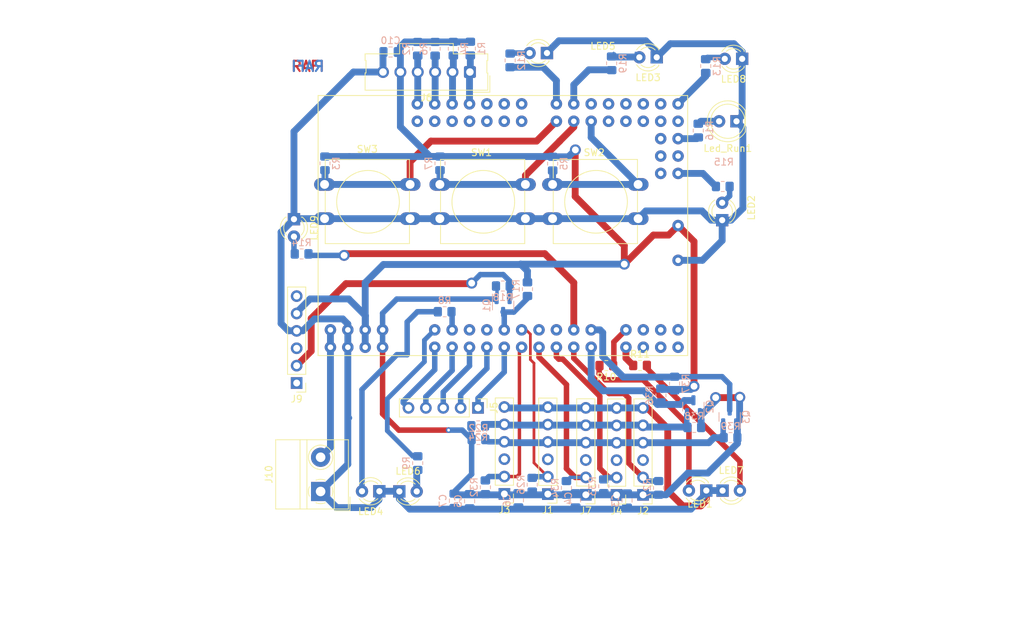
<source format=kicad_pcb>
(kicad_pcb (version 20211014) (generator pcbnew)
  (layers (0 "F.Cu" signal) (31 "B.Cu" signal) (34 "B.Paste" user) (35 "F.Paste" user) (36 "B.SilkS" user "B.Silkscreen") (37 "F.SilkS" user "F.Silkscreen") (38 "B.Mask" user) (39 "F.Mask" user) (44 "Edge.Cuts" user))
  (net 0 "")
  (net 1 "GND")
  (net 2 "Net-(LED1-Pad2)")
  (net 3 "Net-(LED6-Pad2)")
  (net 4 "Net-(LED7-Pad2)")
  (net 5 "Net-(LED8-Pad2)")
  (net 6 "Vin")
  (net 7 "5V")
  (net 8 "Net-(LED2-Pad2)")
  (net 9 "Net-(LED9-Pad2)")
  (net 10 "SCL")
  (net 11 "SDA")
  (net 12 "M1")
  (net 13 "M2")
  (net 14 "M3")
  (net 15 "M4")
  (net 16 "M5")
  (net 19 "D10")
  (net 21 "Net-(LED3-Pad2)")
  (net 22 "Net-(LED4-Pad2)")
  (net 23 "Net-(LED5-Pad2)")
  (net 24 "Net-(Led_Run1-Pad2)")
  (net 25 "3.3V")
  (net 26 "TX")
  (net 27 "B3")
  (net 28 "B2")
  (net 29 "B1")
  (net 30 "D18")
  (net 31 "D48")
  (net 32 "D46")
  (net 70 "SDAo")
  (net 71 "SCLo")
  (net 85 "XSHUNTFL")
  (net 86 "XSHUNTR")
  (net 87 "XSHUNTFR")
  (net 88 "XSHUNTL")
  (net 89 "FR")
  (net 90 "FL")
  (net 91 "L")
  (net 92 "R")
  (net 93 "XSHUNTB")
  (net 94 "D4")
  (net 95 "D2")
  (net 96 "D24")
  (net 97 "D25")
  (net 98 "D32")
  (net 99 "D52")
  (net 100 "D34")
  (footprint "Connector_PinHeader_2.54mm:PinHeader_1x06_P2.54mm_Vertical" (layer "F.Cu") (at 153.925 132.7 180)
    (fp_text reference "J7")
    (fp_text value "Conn_01x06_Female")
  )
  (footprint "LED_THT:LED_D5.0mm" (layer "F.Cu") (at 175.945 78.12 180)
    (fp_text reference "Led_Run1")
    (fp_text value "LED" hide)
  )
  (footprint "Mega2560pro:Mega2560pro" (layer "F.Cu") (at 139.47 70.5)
    (fp_text reference "U1" hide)
    (fp_text value "Mega2560pro")
  )
  (footprint "LED_THT:LED_D3.0mm" (layer "F.Cu") (at 123.76 132.18 180)
    (fp_text reference "LED4")
    (fp_text value "Delantero_derecho")
  )
  (footprint "LED_THT:LED_D3.0mm" (layer "F.Cu") (at 148.25 68.15 180)
    (fp_text reference "LED5")
    (fp_text value "Lateral_Derecho")
  )
  (footprint "Connector_PinHeader_2.54mm:PinHeader_1x06_P2.54mm_Vertical" (layer "F.Cu") (at 158.425 132.725 180)
    (fp_text reference "J4")
    (fp_text value "Conn_01x06_Female")
  )
  (footprint "LED_THT:LED_D3.0mm" (layer "F.Cu") (at 164.29 68.775 180)
    (fp_text reference "LED3")
    (fp_text value "Atras")
  )
  (footprint "LED_THT:LED_D3.0mm" (layer "F.Cu") (at 173.85 92.57 90)
    (fp_text reference "LED2")
    (fp_text value "Lateral_izquierdo")
  )
  (footprint "Connector_Molex:Molex_SL_171971-0006_1x06_P2.54mm_Vertical" (layer "F.Cu") (at 136.99 70.9225 180)
    (fp_text reference "J6")
    (fp_text value "Conn_01x06_Female")
  )
  (footprint "Button_Switch_THT:SW_PUSH-12mm" (layer "F.Cu") (at 132.6 87.35)
    (fp_text reference "SW1")
    (fp_text value ".")
  )
  (footprint "LED_THT:LED_D3.0mm" (layer "F.Cu") (at 171.535 132.08 180)
    (fp_text reference "LED1")
    (fp_text value "delantero_izquierdo")
  )
  (footprint "LED_THT:LED_D3.0mm" (layer "F.Cu") (at 173.909 132.09)
    (fp_text reference "LED7")
    (fp_text value "b_delantero_izquierdo")
  )
  (footprint "Connector_PinHeader_2.54mm:PinHeader_1x06_P2.54mm_Vertical" (layer "F.Cu") (at 142.025 132.575 180)
    (fp_text reference "J3")
    (fp_text value "Conn_01x06_Female")
  )
  (footprint "Connector_PinHeader_2.54mm:PinHeader_1x06_P2.54mm_Vertical" (layer "F.Cu") (at 148.375 132.6 180)
    (fp_text reference "J1")
    (fp_text value "Conn_01x06_Female")
  )
  (footprint "LED_THT:LED_D3.0mm" (layer "F.Cu") (at 176.77 69 180)
    (fp_text reference "LED8")
    (fp_text value "b_atras_izquierdo")
  )
  (footprint "Button_Switch_THT:SW_PUSH-12mm" (layer "F.Cu") (at 149.07 87.35)
    (fp_text reference "SW2")
    (fp_text value ".")
  )
  (footprint "Connector_PinHeader_2.54mm:PinHeader_1x06_P2.54mm_Vertical" (layer "F.Cu") (at 162.289 132.71 180)
    (fp_text reference "J2")
    (fp_text value "Conn_01x06_Female")
  )
  (footprint "Button_Switch_THT:SW_PUSH-12mm" (layer "F.Cu") (at 115.75 87.35)
    (fp_text reference "SW3")
    (fp_text value ".")
  )
  (footprint "LED_THT:LED_D3.0mm" (layer "F.Cu") (at 111.28 92.43 -90)
    (fp_text reference "LED9")
    (fp_text value "b_atras_derecha")
  )
  (footprint "Resistor_SMD:R_0805_2012Metric_Pad1.20x1.40mm_HandSolder" (layer "F.Cu") (at 156.925 113.825 180)
    (fp_text reference "R10")
    (fp_text value "220")
  )
  (footprint "Connector_PinHeader_2.54mm:PinHeader_1x05_P2.54mm_Vertical" (layer "F.Cu") (at 138.175 120 -90)
    (fp_text reference "J5")
    (fp_text value "Conn_01x05_Female")
  )
  (footprint "TerminalBlock_MetzConnect:TerminalBlock_MetzConnect_Type011_RT05502HBWC_1x02_P5.00mm_Horizontal" (layer "F.Cu") (at 115.172 132.218 90)
    (fp_text reference "J10")
    (fp_text value "Screw_Terminal_01x02")
  )
  (footprint "Resistor_SMD:R_0805_2012Metric_Pad1.20x1.40mm_HandSolder" (layer "F.Cu") (at 161.85 113.8)
    (fp_text reference "R11")
    (fp_text value "220")
  )
  (footprint "Connector_PinHeader_2.54mm:PinHeader_1x06_P2.54mm_Vertical" (layer "F.Cu") (at 111.675 116.37 180)
    (fp_text reference "J9")
    (fp_text value "Conn_01x06_Female")
  )
  (footprint "LED_THT:LED_D3.0mm" (layer "F.Cu") (at 126.68 132.208)
    (fp_text reference "LED6")
    (fp_text value "b_delantero_derecha")
  )
  (footprint "Resistor_SMD:R_0805_2012Metric_Pad1.20x1.40mm_HandSolder" (layer "B.Cu") (at 139.25 131.6 -90)
    (fp_text reference "R32")
    (fp_text value "10k")
  )
  (footprint "Resistor_SMD:R_0805_2012Metric_Pad1.20x1.40mm_HandSolder" (layer "B.Cu") (at 149.08 84.31 90)
    (fp_text reference "R5")
    (fp_text value "10k")
  )
  (footprint "Capacitor_SMD:C_0805_2012Metric_Pad1.18x1.45mm_HandSolder" (layer "B.Cu") (at 144.075 133.4875 -90)
    (fp_text reference "C6")
    (fp_text value "100nf")
  )
  (footprint "Resistor_SMD:R_0805_2012Metric_Pad1.20x1.40mm_HandSolder" (layer "B.Cu") (at 133.3 105.95 180)
    (fp_text reference "R8")
    (fp_text value "220")
  )
  (footprint "Resistor_SMD:R_0805_2012Metric_Pad1.20x1.40mm_HandSolder" (layer "B.Cu") (at 175.075 124.35 180)
    (fp_text reference "R39")
    (fp_text value "10K")
  )
  (footprint "Package_TO_SOT_SMD:SOT-23" (layer "B.Cu") (at 174.95 121.325 90)
    (fp_text reference "Q3")
    (fp_text value "BSS138")
  )
  (footprint "Resistor_SMD:R_0805_2012Metric_Pad1.20x1.40mm_HandSolder" (layer "B.Cu") (at 156.55 131.45 -90)
    (fp_text reference "R33")
    (fp_text value "10k")
  )
  (footprint "Resistor_SMD:R_0805_2012Metric_Pad1.20x1.40mm_HandSolder" (layer "B.Cu") (at 141.8 102.2)
    (fp_text reference "R18")
    (fp_text value "10K")
  )
  (footprint "Resistor_SMD:R_0805_2012Metric_Pad1.20x1.40mm_HandSolder" (layer "B.Cu") (at 171.45 70.05 90)
    (fp_text reference "R13")
    (fp_text value "220")
  )
  (footprint "Capacitor_SMD:C_0805_2012Metric_Pad1.18x1.45mm_HandSolder" (layer "B.Cu") (at 159.95 133.5275 -90)
    (fp_text reference "C3")
    (fp_text value "100nf")
  )
  (footprint "Resistor_SMD:R_0805_2012Metric_Pad1.20x1.40mm_HandSolder" (layer "B.Cu") (at 129.36 128.07 -90)
    (fp_text reference "R9")
    (fp_text value "220")
  )
  (footprint "Resistor_SMD:R_0805_2012Metric_Pad1.20x1.40mm_HandSolder" (layer "B.Cu") (at 146.1 131.225 -90)
    (fp_text reference "R26")
    (fp_text value "10k")
  )
  (footprint "Resistor_SMD:R_0805_2012Metric_Pad1.20x1.40mm_HandSolder" (layer "B.Cu") (at 169.775 122.855 180)
    (fp_text reference "R38")
    (fp_text value "10K")
  )
  (footprint "Resistor_SMD:R_0805_2012Metric_Pad1.20x1.40mm_HandSolder" (layer "B.Cu") (at 164.555 131.694 -90)
    (fp_text reference "R27")
    (fp_text value "10k")
  )
  (footprint "Package_TO_SOT_SMD:SOT-23" (layer "B.Cu") (at 169.65 119.825 90)
    (fp_text reference "Q2")
    (fp_text value "BSS138")
  )
  (footprint "Resistor_SMD:R_0805_2012Metric_Pad1.20x1.40mm_HandSolder" (layer "B.Cu") (at 132.62 84.27 -90)
    (fp_text reference "R7")
    (fp_text value "10k")
  )
  (footprint "Resistor_SMD:R_0805_2012Metric_Pad1.20x1.40mm_HandSolder" (layer "B.Cu") (at 131.91 67.53 -90)
    (fp_text reference "R6")
    (fp_text value "47K")
  )
  (footprint "Resistor_SMD:R_0805_2012Metric_Pad1.20x1.40mm_HandSolder" (layer "B.Cu") (at 170.36 79.48 90)
    (fp_text reference "R16")
    (fp_text value "220")
  )
  (footprint "Resistor_SMD:R_0805_2012Metric_Pad1.20x1.40mm_HandSolder" (layer "B.Cu") (at 166.9 116.45 90)
    (fp_text reference "R37")
    (fp_text value "10K")
  )
  (footprint "Capacitor_SMD:C_0805_2012Metric_Pad1.18x1.45mm_HandSolder" (layer "B.Cu") (at 152.43 133.5 -90)
    (fp_text reference "C4")
    (fp_text value "100nf")
  )
  (footprint "Package_TO_SOT_SMD:SOT-23" (layer "B.Cu") (at 141.842 105.04 -90)
    (fp_text reference "Q1")
    (fp_text value "BSS138")
  )
  (footprint "Resistor_SMD:R_0805_2012Metric_Pad1.20x1.40mm_HandSolder" (layer "B.Cu") (at 112.4 97.5 180)
    (fp_text reference "R14")
    (fp_text value "220")
  )
  (footprint "Resistor_SMD:R_0805_2012Metric_Pad1.20x1.40mm_HandSolder" (layer "B.Cu") (at 157.7 69.65 90)
    (fp_text reference "R19")
    (fp_text value "220")
  )
  (footprint "Resistor_SMD:R_0805_2012Metric_Pad1.20x1.40mm_HandSolder" (layer "B.Cu") (at 142.875 69.225 90)
    (fp_text reference "R12")
    (fp_text value "220")
  )
  (footprint "Resistor_SMD:R_0805_2012Metric_Pad1.20x1.40mm_HandSolder" (layer "B.Cu") (at 173.94 87.65)
    (fp_text reference "R15")
    (fp_text value "220")
  )
  (footprint "Capacitor_SMD:C_0805_2012Metric_Pad1.18x1.45mm_HandSolder" (layer "B.Cu") (at 136.95 133.625 -90)
    (fp_text reference "C5")
    (fp_text value "100nf")
  )
  (footprint "Resistor_SMD:R_0805_2012Metric_Pad1.20x1.40mm_HandSolder" (layer "B.Cu") (at 138.2 122.625)
    (fp_text reference "R24")
    (fp_text value "2k2")
  )
  (footprint "Resistor_SMD:R_0805_2012Metric_Pad1.20x1.40mm_HandSolder" (layer "B.Cu") (at 137.05 67.5 90)
    (fp_text reference "R1")
    (fp_text value "47K")
  )
  (footprint "Resistor_SMD:R_0805_2012Metric_Pad1.20x1.40mm_HandSolder" (layer "B.Cu") (at 115.81 84.27 90)
    (fp_text reference "R3")
    (fp_text value "10k")
  )
  (footprint "Resistor_SMD:R_0805_2012Metric_Pad1.20x1.40mm_HandSolder" (layer "B.Cu") (at 164.9 118.175 -90)
    (fp_text reference "R36")
    (fp_text value "10K")
  )
  (footprint "Resistor_SMD:R_0805_2012Metric_Pad1.20x1.40mm_HandSolder" (layer "B.Cu") (at 151.093 131.694 -90)
    (fp_text reference "R34")
    (fp_text value "10k")
  )
  (footprint "Resistor_SMD:R_0805_2012Metric_Pad1.20x1.40mm_HandSolder" (layer "B.Cu") (at 145.4 102.65 -90)
    (fp_text reference "R17")
    (fp_text value "10K")
  )
  (footprint "Capacitor_SMD:C_0805_2012Metric_Pad1.18x1.45mm_HandSolder" (layer "B.Cu") (at 134.725 133.575 -90)
    (fp_text reference "C7")
    (fp_text value "100nf")
  )
  (footprint "Resistor_SMD:R_0805_2012Metric_Pad1.20x1.40mm_HandSolder" (layer "B.Cu") (at 138.242 124.617 180)
    (fp_text reference "R22")
    (fp_text value "2k2")
  )
  (footprint "Capacitor_SMD:C_0805_2012Metric_Pad1.18x1.45mm_HandSolder" (layer "B.Cu") (at 125.4 68 180)
    (fp_text reference "C10")
    (fp_text value "100nF")
  )
  (footprint "Resistor_SMD:R_0805_2012Metric_Pad1.20x1.40mm_HandSolder" (layer "B.Cu") (at 129.36 67.53 -90)
    (fp_text reference "R2")
    (fp_text value "47K")
  )
  (footprint "Resistor_SMD:R_0805_2012Metric_Pad1.20x1.40mm_HandSolder" (layer "B.Cu") (at 134.57 67.52 90)
    (fp_text reference "R4")
    (fp_text value "47K")
  )
  (gr_text "RAFI" (at 113.3 70.1) (layer "F.Cu") (effects (font (size 1.5 1.5) (thickness 0.3))))
  (gr_text "RAFI" (at 113.3 70.1) (layer "B.Cu") (effects (font (size 1.5 1.5) (thickness 0.3)) (justify mirror)))
  (segment (start 171.535 132.08) (end 171.535 133.515) (width 1) (layer "F.Cu") (net 1))
  (segment (start 171.535 133.515) (end 170.725 134.325) (width 1) (layer "F.Cu") (net 1))
  (segment (start 168.101129 134.325) (end 165.9 132.123871) (width 1) (layer "F.Cu") (net 1))
  (segment (start 165.9 123) (end 162.91 120.01) (width 1) (layer "F.Cu") (net 1))
  (segment (start 162.91 120.01) (end 162.289 120.01) (width 1) (layer "F.Cu") (net 1))
  (segment (start 165.9 132.123871) (end 165.9 123) (width 1) (layer "F.Cu") (net 1))
  (segment (start 170.725 134.325) (end 168.101129 134.325) (width 1) (layer "F.Cu") (net 1))
  (segment (start 124.29 68.0725) (end 124.29 70.9225) (width 1) (layer "B.Cu") (net 1))
  (segment (start 164.29 68.775) (end 166.275 66.79) (width 1) (layer "B.Cu") (net 1))
  (segment (start 142.16 120.01) (end 142.025 119.875) (width 1) (layer "B.Cu") (net 1))
  (segment (start 166.275 66.79) (end 175.58 66.79) (width 1) (layer "B.Cu") (net 1))
  (segment (start 175.155 92.57) (end 173.85 92.57) (width 1) (layer "B.Cu") (net 1))
  (segment (start 126.652 132.18) (end 126.68 132.208) (width 1) (layer "B.Cu") (net 1))
  (segment (start 109.4 94.31) (end 109.4 107.675) (width 1) (layer "B.Cu") (net 1))
  (segment (start 173.85 95.55) (end 173.85 92.57) (width 1) (layer "B.Cu") (net 1))
  (segment (start 124.29 70.9225) (end 119.9775 70.9225) (width 1) (layer "B.Cu") (net 1))
  (segment (start 117.524 134.57) (end 122.57 134.57) (width 1) (layer "B.Cu") (net 1))
  (segment (start 112.57 108.73) (end 114.3 107) (width 1) (layer "B.Cu") (net 1))
  (segment (start 119.15 108.6) (end 119.15 128.24) (width 1) (layer "B.Cu") (net 1))
  (segment (start 111.28 92.43) (end 109.4 94.31) (width 1) (layer "B.Cu") (net 1))
  (segment (start 173.899 132.08) (end 173.909 132.09) (width 1) (layer "B.Cu") (net 1))
  (segment (start 126.68 133.285) (end 128.195 134.8) (width 1) (layer "B.Cu") (net 1))
  (segment (start 172.245 92.57) (end 173.85 92.57) (width 1) (layer "B.Cu") (net 1))
  (segment (start 115.67 92.43) (end 115.75 92.35) (width 1) (layer "B.Cu") (net 1))
  (segment (start 162.289 120.01) (end 142.16 120.01) (width 1) (layer "B.Cu") (net 1))
  (segment (start 118.4 107) (end 119.15 107.75) (width 1) (layer "B.Cu") (net 1))
  (segment (start 126.668 132.22) (end 126.68 132.208) (width 1) (layer "B.Cu") (net 1))
  (segment (start 111.65 108.73) (end 112.57 108.73) (width 1) (layer "B.Cu") (net 1))
  (segment (start 114.3 107) (end 118.4 107) (width 1) (layer "B.Cu") (net 1))
  (segment (start 119.4 71.5) (end 111.28 79.62) (width 1) (layer "B.Cu") (net 1))
  (segment (start 148.25 68.15) (end 148.25 68.1) (width 1) (layer "B.Cu") (net 1))
  (segment (start 170.96 98.44) (end 173.85 95.55) (width 1) (layer "B.Cu") (net 1))
  (segment (start 176.875 79.05) (end 176.875 90.85) (width 1) (layer "B.Cu") (net 1))
  (segment (start 162.699261 91.220739) (end 170.895739 91.220739) (width 1) (layer "B.Cu") (net 1))
  (segment (start 111.36 92.35) (end 111.28 92.43) (width 1) (layer "B.Cu") (net 1))
  (segment (start 115.172 132.218) (end 117.524 134.57) (width 1) (layer "B.Cu") (net 1))
  (segment (start 169.275 134.8) (end 171.535 132.54) (width 1) (layer "B.Cu") (net 1))
  (segment (start 148.25 68.1) (end 149.99 66.36) (width 1) (layer "B.Cu") (net 1))
  (segment (start 123.76 132.18) (end 126.652 132.18) (width 1) (layer "B.Cu") (net 1))
  (segment (start 126.68 132.208) (end 126.68 133.285) (width 1) (layer "B.Cu") (net 1))
  (segment (start 176.77 67.98) (end 176.77 69) (width 1) (layer "B.Cu") (net 1))
  (segment (start 124.3625 68) (end 124.29 68.0725) (width 1) (layer "B.Cu") (net 1))
  (segment (start 176.77 67.958) (end 176.77 77.295) (width 1) (layer "B.Cu") (net 1))
  (segment (start 176.77 77.295) (end 175.945 78.12) (width 1) (layer "B.Cu") (net 1))
  (segment (start 149.99 66.36) (end 162.69 66.36) (width 1) (layer "B.Cu") (net 1))
  (segment (start 175.58 66.79) (end 176.77 67.98) (width 1) (layer "B.Cu") (net 1))
  (segment (start 171.535 132.54) (end 171.535 132.08) (width 1) (layer "B.Cu") (net 1))
  (segment (start 122.57 134.57) (end 123.68 133.46) (width 1) (layer "B.Cu") (net 1))
  (segment (start 123.68 133.46) (end 123.68 132.49) (width 1) (layer "B.Cu") (net 1))
  (segment (start 164.29 67.96) (end 164.29 68.775) (width 1) (layer "B.Cu") (net 1))
  (segment (start 167.41 98.44) (end 170.96 98.44) (width 1) (layer "B.Cu") (net 1))
  (segment (start 119.15 128.24) (end 115.172 132.218) (width 1) (layer "B.Cu") (net 1))
  (segment (start 119.15 107.75) (end 119.15 108.6) (width 1) (layer "B.Cu") (net 1))
  (segment (start 176.875 90.85) (end 175.155 92.57) (width 1) (layer "B.Cu") (net 1))
  (segment (start 128.195 134.8) (end 169.275 134.8) (width 1) (layer "B.Cu") (net 1))
  (segment (start 162.69 66.36) (end 164.29 67.96) (width 1) (layer "B.Cu") (net 1))
  (segment (start 161.57 92.35) (end 162.699261 91.220739) (width 1) (layer "B.Cu") (net 1))
  (segment (start 171.535 132.08) (end 173.899 132.08) (width 1) (layer "B.Cu") (net 1))
  (segment (start 109.4 107.675) (end 110.455 108.73) (width 1) (layer "B.Cu") (net 1))
  (segment (start 115.75 92.35) (end 111.36 92.35) (width 1) (layer "B.Cu") (net 1))
  (segment (start 110.455 108.73) (end 111.65 108.73) (width 1) (layer "B.Cu") (net 1))
  (segment (start 115.75 92.35) (end 161.57 92.35) (width 1) (layer "B.Cu") (net 1))
  (segment (start 170.895739 91.220739) (end 172.245 92.57) (width 1) (layer "B.Cu") (net 1))
  (segment (start 119.35 121.425) (end 119.392 121.467) (width 0.8) (layer "B.Cu") (net 1))
  (segment (start 119.9775 70.9225) (end 119.4 71.5) (width 1) (layer "B.Cu") (net 1))
  (segment (start 175.945 78.12) (end 176.875 79.05) (width 1) (layer "B.Cu") (net 1))
  (segment (start 111.28 79.62) (end 111.28 92.43) (width 1) (layer "B.Cu") (net 1))
  (segment (start 156.775 115.9) (end 162.3 115.9) (width 0.8) (layer "F.Cu") (net 2))
  (segment (start 162.3 115.9) (end 168.995 122.595) (width 0.8) (layer "F.Cu") (net 2))
  (segment (start 168.995 122.595) (end 168.995 132.08) (width 0.8) (layer "F.Cu") (net 2))
  (segment (start 155.875 114.05) (end 155.875 115) (width 0.8) (layer "F.Cu") (net 2))
  (segment (start 155.875 115) (end 156.775 115.9) (width 0.8) (layer "F.Cu") (net 2))
  (segment (start 129.22 132.208) (end 129.22 129.21) (width 1) (layer "B.Cu") (net 3))
  (segment (start 129.115 132.103) (end 129.22 132.208) (width 1) (layer "B.Cu") (net 3))
  (segment (start 129.22 129.21) (end 129.36 129.07) (width 1) (layer "B.Cu") (net 3))
  (segment (start 162.875 114.25) (end 176.449 127.824) (width 0.8) (layer "F.Cu") (net 4))
  (segment (start 176.449 127.824) (end 176.449 132.09) (width 0.8) (layer "F.Cu") (net 4))
  (segment (start 174.03 68.8) (end 171.7 68.8) (width 0.8) (layer "B.Cu") (net 5))
  (segment (start 171.7 68.8) (end 171.45 69.05) (width 0.8) (layer "B.Cu") (net 5))
  (segment (start 174.23 69) (end 174.03 68.8) (width 0.8) (layer "B.Cu") (net 5))
  (segment (start 116.61 125.78) (end 115.172 127.218) (width 1) (layer "B.Cu") (net 6))
  (segment (start 116.61 111.14) (end 116.61 125.78) (width 1) (layer "B.Cu") (net 6))
  (segment (start 116.61 108.6) (end 116.61 111.14) (width 1) (layer "B.Cu") (net 6))
  (segment (start 159.55 99) (end 163.801001 94.748999) (width 1) (layer "F.Cu") (net 7))
  (segment (start 166.021001 94.748999) (end 167.41 93.36) (width 1) (layer "F.Cu") (net 7))
  (segment (start 159.55 99) (end 159.55 96.29) (width 1) (layer "F.Cu") (net 7))
  (segment (start 152.375 89.115) (end 152.375 82.325) (width 1) (layer "F.Cu") (net 7))
  (segment (start 152.375 82.325) (end 152.4 82.3) (width 1) (layer "F.Cu") (net 7))
  (segment (start 169.74 95.69) (end 167.41 93.36) (width 1) (layer "F.Cu") (net 7))
  (segment (start 159.55 96.29) (end 152.375 89.115) (width 1) (layer "F.Cu") (net 7))
  (segment (start 169.74 116.84) (end 169.74 95.69) (width 1) (layer "F.Cu") (net 7))
  (segment (start 163.801001 94.748999) (end 166.021001 94.748999) (width 1) (layer "F.Cu") (net 7))
  (via (at 152.4 82.3) (size 1.6) (drill 1) (layers "F.Cu" "B.Cu") (net 7))
  (via (at 169.74 116.84) (size 1.6) (drill 1) (layers "F.Cu" "B.Cu") (net 7))
  (via (at 159.55 99) (size 1.6) (drill 1) (layers "F.Cu" "B.Cu") (net 7))
  (segment (start 115.81 83.27) (end 119.38 83.27) (width 1) (layer "B.Cu") (net 7))
  (segment (start 127.51 66.53) (end 129.36 66.53) (width 1) (layer "B.Cu") (net 7))
  (segment (start 145.4 100) (end 144.4 99) (width 1) (layer "B.Cu") (net 7))
  (segment (start 126.83 78.93) (end 131.17 83.27) (width 1) (layer "B.Cu") (net 7))
  (segment (start 131.17 83.27) (end 132.62 83.27) (width 1) (layer "B.Cu") (net 7))
  (segment (start 121.72 106.52) (end 121.72 108.45) (width 1) (layer "B.Cu") (net 7))
  (segment (start 144.4 99) (end 144.35 99.05) (width 1) (layer "B.Cu") (net 7))
  (segment (start 159.55 99) (end 144.4 99) (width 1) (layer "B.Cu") (net 7))
  (segment (start 113.64 104.08) (end 119.28 104.08) (width 1) (layer "B.Cu") (net 7))
  (segment (start 149.08 83.31) (end 151.39 83.31) (width 1) (layer "B.Cu") (net 7))
  (segment (start 121.69 108.6) (end 121.69 111.14) (width 1) (layer "B.Cu") (net 7))
  (segment (start 124.35 99.05) (end 121.69 101.71) (width 1) (layer "B.Cu") (net 7))
  (segment (start 169.28 117.3) (end 165.025 117.3) (width 1) (layer "B.Cu") (net 7))
  (segment (start 137.02 66.53) (end 137.05 66.5) (width 1) (layer "B.Cu") (net 7))
  (segment (start 111.68 106.04) (end 113.64 104.08) (width 1) (layer "B.Cu") (net 7))
  (segment (start 165.025 117.3) (end 164.9 117.175) (width 1) (layer "B.Cu") (net 7))
  (segment (start 121.69 101.71) (end 121.69 108.6) (width 1) (layer "B.Cu") (net 7))
  (segment (start 169.74 116.84) (end 169.28 117.3) (width 1) (layer "B.Cu") (net 7))
  (segment (start 145.4 101.65) (end 145.4 100) (width 1) (layer "B.Cu") (net 7))
  (segment (start 126.83 70.9225) (end 126.83 67.21) (width 1) (layer "B.Cu") (net 7))
  (segment (start 126.83 70.9225) (end 126.83 78.93) (width 1) (layer "B.Cu") (net 7))
  (segment (start 129.36 66.53) (end 137.02 66.53) (width 1) (layer "B.Cu") (net 7))
  (segment (start 132.62 83.27) (end 149.04 83.27) (width 1) (layer "B.Cu") (net 7))
  (segment (start 126.83 67.21) (end 127.51 66.53) (width 1) (layer "B.Cu") (net 7))
  (segment (start 149.04 83.27) (end 149.08 83.31) (width 1) (layer "B.Cu") (net 7))
  (segment (start 144.35 99.05) (end 124.35 99.05) (width 1) (layer "B.Cu") (net 7))
  (segment (start 151.39 83.31) (end 152.4 82.3) (width 1) (layer "B.Cu") (net 7))
  (segment (start 119.28 104.08) (end 121.72 106.52) (width 1) (layer "B.Cu") (net 7))
  (segment (start 119.38 83.27) (end 132.62 83.27) (width 1) (layer "B.Cu") (net 7))
  (segment (start 173.85 90.03) (end 173.945 90.03) (width 0.8) (layer "B.Cu") (net 8))
  (segment (start 174.94 89.035) (end 174.94 87.65) (width 0.8) (layer "B.Cu") (net 8))
  (segment (start 173.945 90.03) (end 174.94 89.035) (width 0.8) (layer "B.Cu") (net 8))
  (segment (start 111.4 97.5) (end 111.28 97.38) (width 0.25) (layer "B.Cu") (net 9))
  (segment (start 111.28 97.38) (end 111.28 94.97) (width 0.8) (layer "B.Cu") (net 9))
  (segment (start 164.4 119.5) (end 167.75 119.5) (width 1) (layer "B.Cu") (net 10))
  (segment (start 167.75 119.5) (end 168.325 118.925) (width 1) (layer "B.Cu") (net 10))
  (segment (start 154.71 111.14) (end 154.71 115.81) (width 1) (layer "B.Cu") (net 10))
  (segment (start 154.71 115.81) (end 156.4 117.5) (width 1) (layer "B.Cu") (net 10))
  (segment (start 168.325 118.925) (end 169.275 118.925) (width 1) (layer "B.Cu") (net 10))
  (segment (start 162.4 117.5) (end 164.4 119.5) (width 1) (layer "B.Cu") (net 10))
  (segment (start 156.4 117.5) (end 162.4 117.5) (width 1) (layer "B.Cu") (net 10))
  (segment (start 174.95 120.3875) (end 174.95 116.55) (width 0.8) (layer "B.Cu") (net 11))
  (segment (start 166.91 115.44) (end 166.9 115.45) (width 0.8) (layer "B.Cu") (net 11))
  (segment (start 156.4 112.484861) (end 156.4 109) (width 1) (layer "B.Cu") (net 11))
  (segment (start 159.415139 115.5) (end 156.4 112.484861) (width 1) (layer "B.Cu") (net 11))
  (segment (start 166.85 115.5) (end 166.9 115.45) (width 1) (layer "B.Cu") (net 11))
  (segment (start 159.415139 115.5) (end 166.85 115.5) (width 1) (layer "B.Cu") (net 11))
  (segment (start 174.95 116.55) (end 173.84 115.44) (width 0.8) (layer "B.Cu") (net 11))
  (segment (start 156.4 109) (end 156 108.6) (width 1) (layer "B.Cu") (net 11))
  (segment (start 173.84 115.44) (end 166.91 115.44) (width 0.8) (layer "B.Cu") (net 11))
  (segment (start 156 108.6) (end 154.71 108.6) (width 1) (layer "B.Cu") (net 11))
  (segment (start 142.01 114.765) (end 142.01 111.14) (width 0.8) (layer "B.Cu") (net 12))
  (segment (start 138.175 118.6) (end 142.01 114.765) (width 0.8) (layer "B.Cu") (net 12))
  (segment (start 138.175 120) (end 138.175 118.6) (width 0.8) (layer "B.Cu") (net 12))
  (segment (start 139.5 111.17) (end 139.47 111.14) (width 0.4) (layer "F.Cu") (net 13))
  (segment (start 139.4 111.21) (end 139.47 111.14) (width 0.25) (layer "F.Cu") (net 13))
  (segment (start 135.635 120) (end 135.635 118.065) (width 0.8) (layer "B.Cu") (net 13))
  (segment (start 139.47 114.23) (end 139.47 111.14) (width 0.8) (layer "B.Cu") (net 13))
  (segment (start 135.635 118.065) (end 139.47 114.23) (width 0.8) (layer "B.Cu") (net 13))
  (segment (start 136.9 111.17) (end 136.93 111.14) (width 0.25) (layer "F.Cu") (net 14))
  (segment (start 133.095 117.705) (end 136.93 113.87) (width 0.8) (layer "B.Cu") (net 14))
  (segment (start 136.93 113.87) (end 136.93 111.14) (width 0.8) (layer "B.Cu") (net 14))
  (segment (start 133.095 120) (end 133.095 117.705) (width 0.8) (layer "B.Cu") (net 14))
  (segment (start 133.926 111.604) (end 134.39 111.14) (width 0.25) (layer "F.Cu") (net 15))
  (segment (start 130.555 118.37) (end 134.39 114.535) (width 0.8) (layer "B.Cu") (net 15))
  (segment (start 134.4 111.15) (end 134.39 111.14) (width 0.25) (layer "B.Cu") (net 15))
  (segment (start 130.555 120) (end 130.555 118.37) (width 0.8) (layer "B.Cu") (net 15))
  (segment (start 134.39 114.535) (end 134.39 111.14) (width 0.8) (layer "B.Cu") (net 15))
  (segment (start 128.015 120) (end 127.26 119.245) (width 0.8) (layer "B.Cu") (net 16))
  (segment (start 127.26 119.245) (end 127.26 119.02) (width 0.8) (layer "B.Cu") (net 16))
  (segment (start 131.85 114.43) (end 131.85 111.14) (width 0.8) (layer "B.Cu") (net 16))
  (segment (start 127.26 119.02) (end 131.85 114.43) (width 0.8) (layer "B.Cu") (net 16))
  (segment (start 113.798 106.927) (end 113.798 111.707) (width 1) (layer "F.Cu") (net 19))
  (segment (start 137.175 101.85) (end 118.875 101.85) (width 1) (layer "F.Cu") (net 19))
  (segment (start 113.798 111.707) (end 111.675 113.83) (width 1) (layer "F.Cu") (net 19))
  (segment (start 137.25 101.775) (end 137.175 101.85) (width 1) (layer "F.Cu") (net 19))
  (segment (start 118.875 101.85) (end 113.798 106.927) (width 1) (layer "F.Cu") (net 19))
  (via (at 137.25 101.775) (size 1.6) (drill 1) (layers "F.Cu" "B.Cu") (net 19))
  (segment (start 142.792 104.1025) (end 142.792 101.467) (width 0.8) (layer "B.Cu") (net 19))
  (segment (start 142.792 101.467) (end 141.85 100.525) (width 0.8) (layer "B.Cu") (net 19))
  (segment (start 138.5 100.525) (end 137.25 101.775) (width 0.8) (layer "B.Cu") (net 19))
  (segment (start 141.85 100.525) (end 138.5 100.525) (width 0.8) (layer "B.Cu") (net 19))
  (segment (start 161.75 68.775) (end 161.75 68.64) (width 0.25) (layer "B.Cu") (net 21))
  (segment (start 161.545 68.725) (end 158.005 68.725) (width 1) (layer "B.Cu") (net 21))
  (segment (start 161.75 68.775) (end 161.475 68.5) (width 1) (layer "B.Cu") (net 21))
  (segment (start 161.75 68.64) (end 161.18 68.07) (width 0.25) (layer "B.Cu") (net 21))
  (segment (start 158 68.07) (end 157.61 68.46) (width 0.25) (layer "B.Cu") (net 21))
  (segment (start 129.325 105.95) (end 127.821001 107.453999) (width 0.8) (layer "B.Cu") (net 22))
  (segment (start 132.3 105.95) (end 129.325 105.95) (width 0.8) (layer "B.Cu") (net 22))
  (segment (start 121.1 132.45) (end 121.14 132.49) (width 1) (layer "B.Cu") (net 22))
  (segment (start 127.821001 107.453999) (end 127.821001 112.225) (width 0.8) (layer "B.Cu") (net 22))
  (segment (start 127.821001 112.225) (end 126.321397 112.225) (width 0.8) (layer "B.Cu") (net 22))
  (segment (start 121.22 117.326397) (end 121.22 132.18) (width 0.8) (layer "B.Cu") (net 22))
  (segment (start 126.321397 112.225) (end 121.22 117.326397) (width 0.8) (layer "B.Cu") (net 22))
  (segment (start 142.95 68.15) (end 142.875 68.225) (width 0.8) (layer "B.Cu") (net 23))
  (segment (start 145.71 68.15) (end 142.95 68.15) (width 0.8) (layer "B.Cu") (net 23))
  (segment (start 170.72 78.12) (end 170.36 78.48) (width 0.25) (layer "B.Cu") (net 24))
  (segment (start 173.405 78.12) (end 170.72 78.12) (width 1) (layer "B.Cu") (net 24))
  (segment (start 126.6 123.25) (end 133.875 123.25) (width 0.8) (layer "F.Cu") (net 25))
  (segment (start 176.425 118.45) (end 176.375 118.5) (width 1) (layer "F.Cu") (net 25))
  (segment (start 133.875 123.25) (end 134 123.25) (width 0.8) (layer "F.Cu") (net 25))
  (segment (start 124.23 111.14) (end 124.23 120.88) (width 0.8) (layer "F.Cu") (net 25))
  (segment (start 176.375 118.5) (end 172.9 118.5) (width 1) (layer "F.Cu") (net 25))
  (segment (start 124.23 120.88) (end 126.6 123.25) (width 0.8) (layer "F.Cu") (net 25))
  (via (at 133.875 123.25) (size 0.8) (drill 0.4) (layers "F.Cu" "B.Cu") (net 25))
  (via (at 172.9 118.5) (size 1.6) (drill 1) (layers "F.Cu" "B.Cu") (net 25))
  (via (at 176.425 118.45) (size 1.6) (drill 1) (layers "F.Cu" "B.Cu") (net 25))
  (segment (start 134.845 132.71) (end 162.289 132.71) (width 1) (layer "B.Cu") (net 25))
  (segment (start 176.075 125.2) (end 171.751726 129.523274) (width 1) (layer "B.Cu") (net 25))
  (segment (start 124.23 111.14) (end 124.23 106.17) (width 0.8) (layer "B.Cu") (net 25))
  (segment (start 135.875 123.25) (end 133.875 123.25) (width 0.8) (layer "B.Cu") (net 25))
  (segment (start 137.242 124.617) (end 135.875 123.25) (width 0.8) (layer "B.Cu") (net 25))
  (segment (start 168.846726 129.523274) (end 165.676 132.694) (width 1) (layer "B.Cu") (net 25))
  (segment (start 140.5275 104.1025) (end 140.575 104.15) (width 0.8) (layer "B.Cu") (net 25))
  (segment (start 124.23 106.17) (end 126.2975 104.1025) (width 0.8) (layer "B.Cu") (net 25))
  (segment (start 165.676 132.694) (end 164.555 132.694) (width 1) (layer "B.Cu") (net 25))
  (segment (start 176.4 118.475) (end 176.4 121.7625) (width 1) (layer "B.Cu") (net 25))
  (segment (start 140.95 101.75) (end 140.95 104.0445) (width 0.5) (layer "B.Cu") (net 25))
  (segment (start 176.075 122.0875) (end 176.075 124.35) (width 1) (layer "B.Cu") (net 25))
  (segment (start 134.4 132.5375) (end 137.242 129.6955) (width 0.8) (layer "B.Cu") (net 25))
  (segment (start 170.775 122.855) (end 170.775 121.06) (width 1) (layer "B.Cu") (net 25))
  (segment (start 172.9 118.935) (end 172.9 118.5) (width 1) (layer "B.Cu") (net 25))
  (segment (start 126.2975 104.1025) (end 140.5275 104.1025) (width 0.8) (layer "B.Cu") (net 25))
  (segment (start 176.075 124.493503) (end 176.075 125.2) (width 1) (layer "B.Cu") (net 25))
  (segment (start 176.4 121.7625) (end 176.075 122.0875) (width 1) (layer "B.Cu") (net 25))
  (segment (start 162.269 132.71) (end 164.523 132.71) (width 1) (layer "B.Cu") (net 25))
  (segment (start 170.775 121.06) (end 172.9 118.935) (width 1) (layer "B.Cu") (net 25))
  (segment (start 137.242 129.6955) (end 137.242 124.617) (width 0.8) (layer "B.Cu") (net 25))
  (segment (start 176.425 118.45) (end 176.4 118.475) (width 1) (layer "B.Cu") (net 25))
  (segment (start 137.2 124.575) (end 137.242 124.617) (width 0.8) (layer "B.Cu") (net 25))
  (segment (start 171.751726 129.523274) (end 168.846726 129.523274) (width 1) (layer "B.Cu") (net 25))
  (segment (start 137.2 122.625) (end 137.2 124.575) (width 0.8) (layer "B.Cu") (net 25))
  (segment (start 141.8645 106) (end 141.842 105.9775) (width 0.8) (layer "B.Cu") (net 26))
  (segment (start 142.01 108.6) (end 142.01 106.1455) (width 0.8) (layer "B.Cu") (net 26))
  (segment (start 143.4 106) (end 141.8645 106) (width 0.8) (layer "B.Cu") (net 26))
  (segment (start 145.4 103.65) (end 145.4 104) (width 0.8) (layer "B.Cu") (net 26))
  (segment (start 142.01 106.1455) (end 141.842 105.9775) (width 0.8) (layer "B.Cu") (net 26))
  (segment (start 145.4 104) (end 143.4 106) (width 0.8) (layer "B.Cu") (net 26))
  (segment (start 146.73 81.02) (end 149.63 78.12) (width 1) (layer "F.Cu") (net 27))
  (segment (start 131.29 81.02) (end 146.73 81.02) (width 1) (layer "F.Cu") (net 27))
  (segment (start 128.25 84.06) (end 131.29 81.02) (width 1) (layer "F.Cu") (net 27))
  (segment (start 128.25 87.35) (end 128.25 84.06) (width 1) (layer "F.Cu") (net 27))
  (segment (start 115.81 87.29) (end 115.75 87.35) (width 1) (layer "B.Cu") (net 27))
  (segment (start 115.81 85.27) (end 115.81 87.29) (width 1) (layer "B.Cu") (net 27))
  (segment (start 115.75 87.35) (end 128.25 87.35) (width 1) (layer "B.Cu") (net 27))
  (segment (start 154.71 80.49) (end 161.57 87.35) (width 1) (layer "B.Cu") (net 28))
  (segment (start 149.08 87.34) (end 149.07 87.35) (width 1) (layer "B.Cu") (net 28))
  (segment (start 149.07 87.35) (end 161.57 87.35) (width 1) (layer "B.Cu") (net 28))
  (segment (start 154.71 78.12) (end 154.71 80.49) (width 1) (layer "B.Cu") (net 28))
  (segment (start 149.08 85.31) (end 149.08 87.34) (width 1) (layer "B.Cu") (net 28))
  (segment (start 145.1 87.35) (end 145.1 86.04) (width 1) (layer "F.Cu") (net 29))
  (segment (start 150.1 81.04) (end 150.1 81.03) (width 1) (layer "F.Cu") (net 29))
  (segment (start 150.1 81.03) (end 152.17 78.96) (width 1) (layer "F.Cu") (net 29))
  (segment (start 152.17 78.96) (end 152.17 78.12) (width 1) (layer "F.Cu") (net 29))
  (segment (start 145.1 86.04) (end 150.1 81.04) (width 1) (layer "F.Cu") (net 29))
  (segment (start 132.62 85.27) (end 132.62 87.33) (width 1) (layer "B.Cu") (net 29))
  (segment (start 132.62 87.33) (end 132.6 87.35) (width 1) (layer "B.Cu") (net 29))
  (segment (start 132.6 87.35) (end 145.1 87.35) (width 1) (layer "B.Cu") (net 29))
  (segment (start 147.94 97.47) (end 118.86 97.47) (width 1) (layer "F.Cu") (net 30))
  (segment (start 152.17 101.7) (end 147.94 97.47) (width 1) (layer "F.Cu") (net 30))
  (segment (start 152.17 108.6) (end 152.17 101.7) (width 1) (layer "F.Cu") (net 30))
  (segment (start 118.86 97.47) (end 118.61 97.72) (width 1) (layer "F.Cu") (net 30))
  (via (at 118.61 97.72) (size 1.6) (drill 1) (layers "F.Cu" "B.Cu") (net 30))
  (segment (start 113.62 97.72) (end 118.61 97.72) (width 0.8) (layer "B.Cu") (net 30))
  (segment (start 113.4 97.5) (end 113.62 97.72) (width 0.25) (layer "B.Cu") (net 30))
  (segment (start 170.18 80.66) (end 167.41 80.66) (width 1) (layer "B.Cu") (net 31))
  (segment (start 170.36 80.48) (end 170.18 80.66) (width 0.25) (layer "B.Cu") (net 31))
  (segment (start 171.45 71.54) (end 167.41 75.58) (width 1) (layer "B.Cu") (net 32))
  (segment (start 171.45 71.05) (end 171.45 71.54) (width 1) (layer "B.Cu") (net 32))
  (segment (start 174 122.2625) (end 174 124.275) (width 0.8) (layer "B.Cu") (net 70))
  (segment (start 139.309 124.55) (end 139.325 124.55) (width 0.25) (layer "B.Cu") (net 70))
  (segment (start 174.075 124.35) (end 172.65 124.35) (width 1) (layer "B.Cu") (net 70))
  (segment (start 172.65 124.35) (end 171.91 125.09) (width 1) (layer "B.Cu") (net 70))
  (segment (start 162.289 125.09) (end 142.16 125.09) (width 1) (layer "B.Cu") (net 70))
  (segment (start 139.325 124.55) (end 139.73 124.955) (width 0.8) (layer "B.Cu") (net 70))
  (segment (start 174 124.275) (end 174.075 124.35) (width 0.8) (layer "B.Cu") (net 70))
  (segment (start 142.16 125.09) (end 142.025 124.955) (width 1) (layer "B.Cu") (net 70))
  (segment (start 171.91 125.09) (end 162.289 125.09) (width 1) (layer "B.Cu") (net 70))
  (segment (start 139.242 124.617) (end 139.309 124.55) (width 0.25) (layer "B.Cu") (net 70))
  (segment (start 139.73 124.955) (end 142.025 124.955) (width 0.8) (layer "B.Cu") (net 70))
  (segment (start 168.675 122.7225) (end 168.675 121.0275) (width 0.8) (layer "B.Cu") (net 71))
  (segment (start 142.13 122.52) (end 162.259 122.52) (width 1) (layer "B.Cu") (net 71))
  (segment (start 168.72 122.8) (end 168.775 122.855) (width 0.4) (layer "B.Cu") (net 71))
  (segment (start 168.775 122.855) (end 169.03 122.6) (width 0.4) (layer "B.Cu") (net 71))
  (segment (start 162.289 122.55) (end 162.539 122.8) (width 0.4) (layer "B.Cu") (net 71))
  (segment (start 142.025 122.415) (end 139.41 122.415) (width 1) (layer "B.Cu") (net 71))
  (segment (start 139.41 122.415) (end 139.2 122.625) (width 1) (layer "B.Cu") (net 71))
  (segment (start 162.259 122.52) (end 162.289 122.55) (width 1) (layer "B.Cu") (net 71))
  (segment (start 142.025 122.415) (end 142.13 122.52) (width 1) (layer "B.Cu") (net 71))
  (segment (start 162.539 122.8) (end 168.72 122.8) (width 1) (layer "B.Cu") (net 71))
  (segment (start 145.825 109.225) (end 145.2 108.6) (width 0.4) (layer "F.Cu") (net 85))
  (segment (start 148.375 130.06) (end 146.35 128.035) (width 0.4) (layer "F.Cu") (net 85))
  (segment (start 145.825 112.945) (end 145.825 109.225) (width 0.4) (layer "F.Cu") (net 85))
  (segment (start 146.35 113.47) (end 145.825 112.945) (width 0.4) (layer "F.Cu") (net 85))
  (segment (start 145.2 108.6) (end 144.55 108.6) (width 0.4) (layer "F.Cu") (net 85))
  (segment (start 146.35 128.035) (end 146.35 113.47) (width 0.4) (layer "F.Cu") (net 85))
  (segment (start 146.265 130.06) (end 146.1 130.225) (width 0.8) (layer "B.Cu") (net 85))
  (segment (start 148.375 130.06) (end 146.265 130.06) (width 0.8) (layer "B.Cu") (net 85))
  (segment (start 160.2 118.575) (end 159.525 117.9) (width 0.8) (layer "F.Cu") (net 86))
  (segment (start 162.289 130.17) (end 160.2 128.081) (width 0.8) (layer "F.Cu") (net 86))
  (segment (start 159.525 117.9) (end 157.325 117.9) (width 0.8) (layer "F.Cu") (net 86))
  (segment (start 157.325 117.9) (end 152.17 112.745) (width 0.8) (layer "F.Cu") (net 86))
  (segment (start 160.2 128.081) (end 160.2 118.575) (width 0.8) (layer "F.Cu") (net 86))
  (segment (start 152.17 112.745) (end 152.17 111.14) (width 0.8) (layer "F.Cu") (net 86))
  (segment (start 162.813 130.694) (end 162.289 130.17) (width 0.8) (layer "B.Cu") (net 86))
  (segment (start 164.555 130.694) (end 162.813 130.694) (width 0.8) (layer "B.Cu") (net 86))
  (segment (start 144.225 111.465) (end 144.55 111.14) (width 0.5) (layer "F.Cu") (net 87))
  (segment (start 142.025 130.035) (end 143.865 130.035) (width 0.5) (layer "F.Cu") (net 87))
  (segment (start 144.225 129.675) (end 144.225 111.465) (width 0.5) (layer "F.Cu") (net 87))
  (segment (start 143.865 130.035) (end 144.225 129.675) (width 0.5) (layer "F.Cu") (net 87))
  (segment (start 142.025 130.035) (end 139.765 130.035) (width 0.8) (layer "B.Cu") (net 87))
  (segment (start 139.275 130.525) (end 139.275 130.575) (width 0.25) (layer "B.Cu") (net 87))
  (segment (start 139.275 130.575) (end 139.25 130.6) (width 0.25) (layer "B.Cu") (net 87))
  (segment (start 139.765 130.035) (end 139.275 130.525) (width 0.8) (layer "B.Cu") (net 87))
  (segment (start 149.63 112.53) (end 149.63 111.14) (width 0.8) (layer "F.Cu") (net 88))
  (segment (start 149.975 112.875) (end 149.63 112.53) (width 0.8) (layer "F.Cu") (net 88))
  (segment (start 150.55 112.875) (end 149.975 112.875) (width 0.8) (layer "F.Cu") (net 88))
  (segment (start 155.975 118.3) (end 150.55 112.875) (width 0.8) (layer "F.Cu") (net 88))
  (segment (start 157.31 130.185) (end 155.975 128.85) (width 0.8) (layer "F.Cu") (net 88))
  (segment (start 155.975 128.85) (end 155.975 118.3) (width 0.8) (layer "F.Cu") (net 88))
  (segment (start 158.425 130.185) (end 157.31 130.185) (width 0.8) (layer "F.Cu") (net 88))
  (segment (start 156.815 130.185) (end 156.55 130.45) (width 0.25) (layer "B.Cu") (net 88))
  (segment (start 158.425 130.185) (end 156.815 130.185) (width 0.8) (layer "B.Cu") (net 88))
  (segment (start 137.05 70.8625) (end 136.99 70.9225) (width 0.4) (layer "B.Cu") (net 89))
  (segment (start 136.99 70.9225) (end 136.93 70.9825) (width 0.4) (layer "B.Cu") (net 89))
  (segment (start 137.05 68.5) (end 137.05 70.8625) (width 1) (layer "B.Cu") (net 89))
  (segment (start 136.93 70.9825) (end 136.93 75.58) (width 1) (layer "B.Cu") (net 89))
  (segment (start 134.45 70.9225) (end 134.45 75.52) (width 1) (layer "B.Cu") (net 90))
  (segment (start 134.45 75.52) (end 134.39 75.58) (width 0.4) (layer "B.Cu") (net 90))
  (segment (start 134.57 70.8025) (end 134.45 70.9225) (width 0.4) (layer "B.Cu") (net 90))
  (segment (start 134.57 68.52) (end 134.57 70.8025) (width 1) (layer "B.Cu") (net 90))
  (segment (start 131.91 70.9225) (end 131.91 75.52) (width 1) (layer "B.Cu") (net 91))
  (segment (start 131.91 68.53) (end 131.91 70.9225) (width 1) (layer "B.Cu") (net 91))
  (segment (start 131.91 75.52) (end 131.85 75.58) (width 0.4) (layer "B.Cu") (net 91))
  (segment (start 129.36 70.9125) (end 129.37 70.9225) (width 0.4) (layer "B.Cu") (net 92))
  (segment (start 129.36 68.53) (end 129.36 70.9125) (width 1) (layer "B.Cu") (net 92))
  (segment (start 129.37 75.52) (end 129.31 75.58) (width 0.4) (layer "B.Cu") (net 92))
  (segment (start 129.37 70.9225) (end 129.37 75.52) (width 1) (layer "B.Cu") (net 92))
  (segment (start 153.925 130.16) (end 152.385 130.16) (width 0.8) (layer "F.Cu") (net 93))
  (segment (start 147.09 112.59) (end 147.09 111.14) (width 0.8) (layer "F.Cu") (net 93))
  (segment (start 151.1 128.875) (end 151.1 116.6) (width 0.8) (layer "F.Cu") (net 93))
  (segment (start 151.1 116.6) (end 147.09 112.59) (width 0.8) (layer "F.Cu") (net 93))
  (segment (start 152.385 130.16) (end 151.1 128.875) (width 0.8) (layer "F.Cu") (net 93))
  (segment (start 153.925 130.16) (end 151.627 130.16) (width 0.5) (layer "B.Cu") (net 93))
  (segment (start 151.627 130.16) (end 151.093 130.694) (width 0.5) (layer "B.Cu") (net 93))
  (segment (start 134.39 106.04) (end 134.3 105.95) (width 0.8) (layer "B.Cu") (net 94))
  (segment (start 134.39 108.6) (end 134.39 106.04) (width 0.8) (layer "B.Cu") (net 94))
  (segment (start 128.65 127.07) (end 129.36 127.07) (width 0.7) (layer "B.Cu") (net 95))
  (segment (start 130.34 110.11) (end 130.34 113.26) (width 0.7) (layer "B.Cu") (net 95))
  (segment (start 131.85 108.6) (end 130.34 110.11) (width 0.7) (layer "B.Cu") (net 95))
  (segment (start 130.34 113.26) (end 124.92 118.68) (width 0.7) (layer "B.Cu") (net 95))
  (segment (start 124.92 118.68) (end 124.92 123.34) (width 0.7) (layer "B.Cu") (net 95))
  (segment (start 124.92 123.34) (end 128.65 127.07) (width 0.7) (layer "B.Cu") (net 95))
  (segment (start 158.026001 110.363999) (end 159.79 108.6) (width 0.8) (layer "F.Cu") (net 96))
  (segment (start 158.026001 113.323999) (end 158.026001 110.363999) (width 0.8) (layer "F.Cu") (net 96))
  (segment (start 157.78 113.15) (end 157.78 113.57) (width 0.25) (layer "F.Cu") (net 96))
  (segment (start 157.78 113.57) (end 158.026001 113.323999) (width 0.8) (layer "F.Cu") (net 96))
  (segment (start 159.79 112.74) (end 159.79 111.14) (width 1) (layer "F.Cu") (net 97))
  (segment (start 160.85 113.8) (end 159.79 112.74) (width 1) (layer "F.Cu") (net 97))
  (segment (start 147.675 70.225) (end 149.63 72.18) (width 1) (layer "B.Cu") (net 98))
  (segment (start 142.875 70.225) (end 147.675 70.225) (width 1) (layer "B.Cu") (net 98))
  (segment (start 149.63 72.18) (end 149.63 75.58) (width 1) (layer "B.Cu") (net 98))
  (segment (start 171.03 85.74) (end 167.41 85.74) (width 1) (layer "B.Cu") (net 99))
  (segment (start 172.94 87.65) (end 171.03 85.74) (width 1) (layer "B.Cu") (net 99))
  (segment (start 157.65 70.6) (end 154.36 70.6) (width 1) (layer "B.Cu") (net 100))
  (segment (start 152.17 72.79) (end 152.17 75.58) (width 1) (layer "B.Cu") (net 100))
  (segment (start 157.7 70.65) (end 157.65 70.6) (width 1) (layer "B.Cu") (net 100))
  (segment (start 154.36 70.6) (end 152.17 72.79) (width 1) (layer "B.Cu") (net 100))
)
</source>
